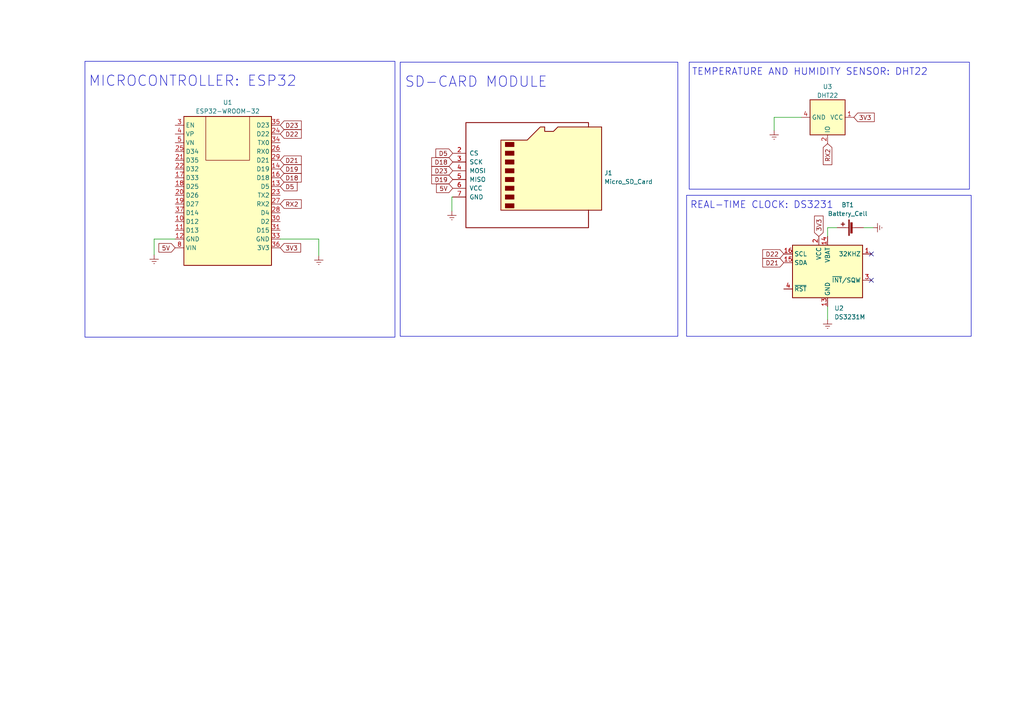
<source format=kicad_sch>
(kicad_sch (version 20230121) (generator eeschema)

  (uuid 0c27c9dc-60d2-402a-b2e8-1b780811c35c)

  (paper "A4")

  (lib_symbols
    (symbol "Device:Battery_Cell" (pin_numbers hide) (pin_names (offset 0) hide) (in_bom yes) (on_board yes)
      (property "Reference" "BT" (at 2.54 2.54 0)
        (effects (font (size 1.27 1.27)) (justify left))
      )
      (property "Value" "Battery_Cell" (at 2.54 0 0)
        (effects (font (size 1.27 1.27)) (justify left))
      )
      (property "Footprint" "" (at 0 1.524 90)
        (effects (font (size 1.27 1.27)) hide)
      )
      (property "Datasheet" "~" (at 0 1.524 90)
        (effects (font (size 1.27 1.27)) hide)
      )
      (property "ki_keywords" "battery cell" (at 0 0 0)
        (effects (font (size 1.27 1.27)) hide)
      )
      (property "ki_description" "Single-cell battery" (at 0 0 0)
        (effects (font (size 1.27 1.27)) hide)
      )
      (symbol "Battery_Cell_0_1"
        (rectangle (start -2.286 1.778) (end 2.286 1.524)
          (stroke (width 0) (type default))
          (fill (type outline))
        )
        (rectangle (start -1.5748 1.1938) (end 1.4732 0.6858)
          (stroke (width 0) (type default))
          (fill (type outline))
        )
        (polyline
          (pts
            (xy 0 0.762)
            (xy 0 0)
          )
          (stroke (width 0) (type default))
          (fill (type none))
        )
        (polyline
          (pts
            (xy 0 1.778)
            (xy 0 2.54)
          )
          (stroke (width 0) (type default))
          (fill (type none))
        )
        (polyline
          (pts
            (xy 0.508 3.429)
            (xy 1.524 3.429)
          )
          (stroke (width 0.254) (type default))
          (fill (type none))
        )
        (polyline
          (pts
            (xy 1.016 3.937)
            (xy 1.016 2.921)
          )
          (stroke (width 0.254) (type default))
          (fill (type none))
        )
      )
      (symbol "Battery_Cell_1_1"
        (pin passive line (at 0 5.08 270) (length 2.54)
          (name "+" (effects (font (size 1.27 1.27))))
          (number "1" (effects (font (size 1.27 1.27))))
        )
        (pin passive line (at 0 -2.54 90) (length 2.54)
          (name "-" (effects (font (size 1.27 1.27))))
          (number "2" (effects (font (size 1.27 1.27))))
        )
      )
    )
    (symbol "ESP32 DEVBOARD:ESP32-DEVBOARD" (in_bom yes) (on_board yes)
      (property "Reference" "U" (at -12.7 34.29 0)
        (effects (font (size 1.27 1.27)) (justify left))
      )
      (property "Value" "ESP32-WROOM-32" (at 1.27 34.29 0)
        (effects (font (size 1.27 1.27)) (justify left))
      )
      (property "Footprint" "RF_Module:ESP32-WROOM-32" (at 0 -38.1 0)
        (effects (font (size 1.27 1.27)) hide)
      )
      (property "Datasheet" "https://www.espressif.com/sites/default/files/documentation/esp32-wroom-32_datasheet_en.pdf" (at -7.62 -10.16 0)
        (effects (font (size 1.27 1.27)) hide)
      )
      (property "ki_keywords" "RF Radio BT ESP ESP32 Espressif onboard PCB antenna" (at 0 0 0)
        (effects (font (size 1.27 1.27)) hide)
      )
      (property "ki_description" "RF Module, ESP32-D0WDQ6 SoC, Wi-Fi 802.11b/g/n, Bluetooth, BLE, 32-bit, 2.7-3.6V, onboard antenna, SMD" (at 0 0 0)
        (effects (font (size 1.27 1.27)) hide)
      )
      (property "ki_fp_filters" "ESP32?WROOM?32*" (at 0 0 0)
        (effects (font (size 1.27 1.27)) hide)
      )
      (symbol "ESP32-DEVBOARD_0_1"
        (rectangle (start -12.7 33.02) (end 12.7 -10.16)
          (stroke (width 0.254) (type default))
          (fill (type background))
        )
        (polyline
          (pts
            (xy -6.35 33.02)
            (xy -6.35 20.32)
            (xy 6.35 20.32)
            (xy 6.35 33.02)
            (xy 6.35 20.32)
          )
          (stroke (width 0) (type default))
          (fill (type none))
        )
      )
      (symbol "ESP32-DEVBOARD_1_1"
        (pin bidirectional line (at -15.24 2.54 0) (length 2.54)
          (name "D12" (effects (font (size 1.27 1.27))))
          (number "10" (effects (font (size 1.27 1.27))))
        )
        (pin bidirectional line (at -15.24 0 0) (length 2.54)
          (name "D13" (effects (font (size 1.27 1.27))))
          (number "11" (effects (font (size 1.27 1.27))))
        )
        (pin bidirectional line (at -15.24 -2.54 0) (length 2.54)
          (name "GND" (effects (font (size 1.27 1.27))))
          (number "12" (effects (font (size 1.27 1.27))))
        )
        (pin bidirectional line (at 15.24 12.7 180) (length 2.54)
          (name "D5" (effects (font (size 1.27 1.27))))
          (number "13" (effects (font (size 1.27 1.27))))
        )
        (pin bidirectional line (at 15.24 17.78 180) (length 2.54)
          (name "D19" (effects (font (size 1.27 1.27))))
          (number "14" (effects (font (size 1.27 1.27))))
        )
        (pin passive line (at 0 -35.56 90) (length 2.54) hide
          (name "GND" (effects (font (size 1.27 1.27))))
          (number "15" (effects (font (size 1.27 1.27))))
        )
        (pin bidirectional line (at 15.24 15.24 180) (length 2.54)
          (name "D18" (effects (font (size 1.27 1.27))))
          (number "16" (effects (font (size 1.27 1.27))))
        )
        (pin bidirectional line (at -15.24 15.24 0) (length 2.54)
          (name "D33" (effects (font (size 1.27 1.27))))
          (number "17" (effects (font (size 1.27 1.27))))
        )
        (pin bidirectional line (at -15.24 12.7 0) (length 2.54)
          (name "D25" (effects (font (size 1.27 1.27))))
          (number "18" (effects (font (size 1.27 1.27))))
        )
        (pin bidirectional line (at -15.24 7.62 0) (length 2.54)
          (name "D27" (effects (font (size 1.27 1.27))))
          (number "19" (effects (font (size 1.27 1.27))))
        )
        (pin bidirectional line (at -15.24 10.16 0) (length 2.54)
          (name "D26" (effects (font (size 1.27 1.27))))
          (number "20" (effects (font (size 1.27 1.27))))
        )
        (pin bidirectional line (at -15.24 20.32 0) (length 2.54)
          (name "D35" (effects (font (size 1.27 1.27))))
          (number "21" (effects (font (size 1.27 1.27))))
        )
        (pin bidirectional line (at -15.24 17.78 0) (length 2.54)
          (name "D32" (effects (font (size 1.27 1.27))))
          (number "22" (effects (font (size 1.27 1.27))))
        )
        (pin bidirectional line (at 15.24 10.16 180) (length 2.54)
          (name "TX2" (effects (font (size 1.27 1.27))))
          (number "23" (effects (font (size 1.27 1.27))))
        )
        (pin bidirectional line (at 15.24 27.94 180) (length 2.54)
          (name "D22" (effects (font (size 1.27 1.27))))
          (number "24" (effects (font (size 1.27 1.27))))
        )
        (pin bidirectional line (at -15.24 22.86 0) (length 2.54)
          (name "D34" (effects (font (size 1.27 1.27))))
          (number "25" (effects (font (size 1.27 1.27))))
        )
        (pin bidirectional line (at 15.24 22.86 180) (length 2.54)
          (name "RX0" (effects (font (size 1.27 1.27))))
          (number "26" (effects (font (size 1.27 1.27))))
        )
        (pin bidirectional line (at 15.24 7.62 180) (length 2.54)
          (name "RX2" (effects (font (size 1.27 1.27))))
          (number "27" (effects (font (size 1.27 1.27))))
        )
        (pin bidirectional line (at 15.24 5.08 180) (length 2.54)
          (name "D4" (effects (font (size 1.27 1.27))))
          (number "28" (effects (font (size 1.27 1.27))))
        )
        (pin bidirectional line (at 15.24 20.32 180) (length 2.54)
          (name "D21" (effects (font (size 1.27 1.27))))
          (number "29" (effects (font (size 1.27 1.27))))
        )
        (pin input line (at -15.24 30.48 0) (length 2.54)
          (name "EN" (effects (font (size 1.27 1.27))))
          (number "3" (effects (font (size 1.27 1.27))))
        )
        (pin bidirectional line (at 15.24 2.54 180) (length 2.54)
          (name "D2" (effects (font (size 1.27 1.27))))
          (number "30" (effects (font (size 1.27 1.27))))
        )
        (pin bidirectional line (at 15.24 0 180) (length 2.54)
          (name "D15" (effects (font (size 1.27 1.27))))
          (number "31" (effects (font (size 1.27 1.27))))
        )
        (pin no_connect line (at -12.7 -27.94 0) (length 2.54) hide
          (name "NC" (effects (font (size 1.27 1.27))))
          (number "32" (effects (font (size 1.27 1.27))))
        )
        (pin bidirectional line (at 15.24 -2.54 180) (length 2.54)
          (name "GND" (effects (font (size 1.27 1.27))))
          (number "33" (effects (font (size 1.27 1.27))))
        )
        (pin bidirectional line (at 15.24 25.4 180) (length 2.54)
          (name "TX0" (effects (font (size 1.27 1.27))))
          (number "34" (effects (font (size 1.27 1.27))))
        )
        (pin bidirectional line (at 15.24 30.48 180) (length 2.54)
          (name "D23" (effects (font (size 1.27 1.27))))
          (number "35" (effects (font (size 1.27 1.27))))
        )
        (pin bidirectional line (at 15.24 -5.08 180) (length 2.54)
          (name "3V3" (effects (font (size 1.27 1.27))))
          (number "36" (effects (font (size 1.27 1.27))))
        )
        (pin bidirectional line (at -15.24 5.08 0) (length 2.54)
          (name "D14" (effects (font (size 1.27 1.27))))
          (number "37" (effects (font (size 1.27 1.27))))
        )
        (pin passive line (at 0 -35.56 90) (length 2.54) hide
          (name "GND" (effects (font (size 1.27 1.27))))
          (number "38" (effects (font (size 1.27 1.27))))
        )
        (pin passive line (at 0 -35.56 90) (length 2.54) hide
          (name "GND" (effects (font (size 1.27 1.27))))
          (number "39" (effects (font (size 1.27 1.27))))
        )
        (pin input line (at -15.24 27.94 0) (length 2.54)
          (name "VP" (effects (font (size 1.27 1.27))))
          (number "4" (effects (font (size 1.27 1.27))))
        )
        (pin input line (at -15.24 25.4 0) (length 2.54)
          (name "VN" (effects (font (size 1.27 1.27))))
          (number "5" (effects (font (size 1.27 1.27))))
        )
        (pin bidirectional line (at -15.24 -5.08 0) (length 2.54)
          (name "VIN" (effects (font (size 1.27 1.27))))
          (number "8" (effects (font (size 1.27 1.27))))
        )
      )
    )
    (symbol "Sensor:DHT11" (in_bom yes) (on_board yes)
      (property "Reference" "U" (at -3.81 6.35 0)
        (effects (font (size 1.27 1.27)))
      )
      (property "Value" "DHT11" (at 3.81 6.35 0)
        (effects (font (size 1.27 1.27)))
      )
      (property "Footprint" "Sensor:Aosong_DHT11_5.5x12.0_P2.54mm" (at 0 -10.16 0)
        (effects (font (size 1.27 1.27)) hide)
      )
      (property "Datasheet" "http://akizukidenshi.com/download/ds/aosong/DHT11.pdf" (at 3.81 6.35 0)
        (effects (font (size 1.27 1.27)) hide)
      )
      (property "ki_keywords" "Digital temperature humidity sensor" (at 0 0 0)
        (effects (font (size 1.27 1.27)) hide)
      )
      (property "ki_description" "Temperature and humidity module" (at 0 0 0)
        (effects (font (size 1.27 1.27)) hide)
      )
      (property "ki_fp_filters" "Aosong*DHT11*5.5x12.0*P2.54mm*" (at 0 0 0)
        (effects (font (size 1.27 1.27)) hide)
      )
      (symbol "DHT11_0_1"
        (rectangle (start -5.08 5.08) (end 5.08 -5.08)
          (stroke (width 0.254) (type default))
          (fill (type background))
        )
      )
      (symbol "DHT11_1_1"
        (pin power_in line (at 0 7.62 270) (length 2.54)
          (name "VCC" (effects (font (size 1.27 1.27))))
          (number "1" (effects (font (size 1.27 1.27))))
        )
        (pin bidirectional line (at 7.62 0 180) (length 2.54)
          (name "IO" (effects (font (size 1.27 1.27))))
          (number "2" (effects (font (size 1.27 1.27))))
        )
        (pin no_connect line (at -5.08 0 0) (length 2.54) hide
          (name "NC" (effects (font (size 1.27 1.27))))
          (number "3" (effects (font (size 1.27 1.27))))
        )
        (pin power_in line (at 0 -7.62 90) (length 2.54)
          (name "GND" (effects (font (size 1.27 1.27))))
          (number "4" (effects (font (size 1.27 1.27))))
        )
      )
    )
    (symbol "Timer_RTC:DS3231M" (in_bom yes) (on_board yes)
      (property "Reference" "U" (at -7.62 8.89 0)
        (effects (font (size 1.27 1.27)) (justify right))
      )
      (property "Value" "DS3231M" (at 10.16 8.89 0)
        (effects (font (size 1.27 1.27)) (justify right))
      )
      (property "Footprint" "Package_SO:SOIC-16W_7.5x10.3mm_P1.27mm" (at 0 -15.24 0)
        (effects (font (size 1.27 1.27)) hide)
      )
      (property "Datasheet" "http://datasheets.maximintegrated.com/en/ds/DS3231.pdf" (at 6.858 1.27 0)
        (effects (font (size 1.27 1.27)) hide)
      )
      (property "ki_keywords" "RTC TCXO Realtime Time Clock Crystal Oscillator I2C" (at 0 0 0)
        (effects (font (size 1.27 1.27)) hide)
      )
      (property "ki_description" "Extremely Accurate I2C-Integrated RTC/TCXO/Crystal SOIC-16" (at 0 0 0)
        (effects (font (size 1.27 1.27)) hide)
      )
      (property "ki_fp_filters" "SOIC*7.5x10.3mm*P1.27mm*" (at 0 0 0)
        (effects (font (size 1.27 1.27)) hide)
      )
      (symbol "DS3231M_0_1"
        (rectangle (start -10.16 7.62) (end 10.16 -7.62)
          (stroke (width 0.254) (type default))
          (fill (type background))
        )
      )
      (symbol "DS3231M_1_1"
        (pin open_collector line (at 12.7 5.08 180) (length 2.54)
          (name "32KHZ" (effects (font (size 1.27 1.27))))
          (number "1" (effects (font (size 1.27 1.27))))
        )
        (pin passive line (at 0 -10.16 90) (length 2.54) hide
          (name "GND" (effects (font (size 1.27 1.27))))
          (number "10" (effects (font (size 1.27 1.27))))
        )
        (pin passive line (at 0 -10.16 90) (length 2.54) hide
          (name "GND" (effects (font (size 1.27 1.27))))
          (number "11" (effects (font (size 1.27 1.27))))
        )
        (pin passive line (at 0 -10.16 90) (length 2.54) hide
          (name "GND" (effects (font (size 1.27 1.27))))
          (number "12" (effects (font (size 1.27 1.27))))
        )
        (pin power_in line (at 0 -10.16 90) (length 2.54)
          (name "GND" (effects (font (size 1.27 1.27))))
          (number "13" (effects (font (size 1.27 1.27))))
        )
        (pin power_in line (at 0 10.16 270) (length 2.54)
          (name "VBAT" (effects (font (size 1.27 1.27))))
          (number "14" (effects (font (size 1.27 1.27))))
        )
        (pin bidirectional line (at -12.7 2.54 0) (length 2.54)
          (name "SDA" (effects (font (size 1.27 1.27))))
          (number "15" (effects (font (size 1.27 1.27))))
        )
        (pin input line (at -12.7 5.08 0) (length 2.54)
          (name "SCL" (effects (font (size 1.27 1.27))))
          (number "16" (effects (font (size 1.27 1.27))))
        )
        (pin power_in line (at -2.54 10.16 270) (length 2.54)
          (name "VCC" (effects (font (size 1.27 1.27))))
          (number "2" (effects (font (size 1.27 1.27))))
        )
        (pin open_collector line (at 12.7 -2.54 180) (length 2.54)
          (name "~{INT}/SQW" (effects (font (size 1.27 1.27))))
          (number "3" (effects (font (size 1.27 1.27))))
        )
        (pin bidirectional line (at -12.7 -5.08 0) (length 2.54)
          (name "~{RST}" (effects (font (size 1.27 1.27))))
          (number "4" (effects (font (size 1.27 1.27))))
        )
        (pin passive line (at 0 -10.16 90) (length 2.54) hide
          (name "GND" (effects (font (size 1.27 1.27))))
          (number "5" (effects (font (size 1.27 1.27))))
        )
        (pin passive line (at 0 -10.16 90) (length 2.54) hide
          (name "GND" (effects (font (size 1.27 1.27))))
          (number "6" (effects (font (size 1.27 1.27))))
        )
        (pin passive line (at 0 -10.16 90) (length 2.54) hide
          (name "GND" (effects (font (size 1.27 1.27))))
          (number "7" (effects (font (size 1.27 1.27))))
        )
        (pin passive line (at 0 -10.16 90) (length 2.54) hide
          (name "GND" (effects (font (size 1.27 1.27))))
          (number "8" (effects (font (size 1.27 1.27))))
        )
        (pin passive line (at 0 -10.16 90) (length 2.54) hide
          (name "GND" (effects (font (size 1.27 1.27))))
          (number "9" (effects (font (size 1.27 1.27))))
        )
      )
    )
    (symbol "power:Earth" (power) (pin_names (offset 0)) (in_bom yes) (on_board yes)
      (property "Reference" "#PWR" (at 0 -6.35 0)
        (effects (font (size 1.27 1.27)) hide)
      )
      (property "Value" "Earth" (at 0 -3.81 0)
        (effects (font (size 1.27 1.27)) hide)
      )
      (property "Footprint" "" (at 0 0 0)
        (effects (font (size 1.27 1.27)) hide)
      )
      (property "Datasheet" "~" (at 0 0 0)
        (effects (font (size 1.27 1.27)) hide)
      )
      (property "ki_keywords" "global ground gnd" (at 0 0 0)
        (effects (font (size 1.27 1.27)) hide)
      )
      (property "ki_description" "Power symbol creates a global label with name \"Earth\"" (at 0 0 0)
        (effects (font (size 1.27 1.27)) hide)
      )
      (symbol "Earth_0_1"
        (polyline
          (pts
            (xy -0.635 -1.905)
            (xy 0.635 -1.905)
          )
          (stroke (width 0) (type default))
          (fill (type none))
        )
        (polyline
          (pts
            (xy -0.127 -2.54)
            (xy 0.127 -2.54)
          )
          (stroke (width 0) (type default))
          (fill (type none))
        )
        (polyline
          (pts
            (xy 0 -1.27)
            (xy 0 0)
          )
          (stroke (width 0) (type default))
          (fill (type none))
        )
        (polyline
          (pts
            (xy 1.27 -1.27)
            (xy -1.27 -1.27)
          )
          (stroke (width 0) (type default))
          (fill (type none))
        )
      )
      (symbol "Earth_1_1"
        (pin power_in line (at 0 0 270) (length 0) hide
          (name "Earth" (effects (font (size 1.27 1.27))))
          (number "1" (effects (font (size 1.27 1.27))))
        )
      )
    )
    (symbol "sd_card_symbol:Micro_SD_CardEEE4113F" (pin_names (offset 1.016)) (in_bom yes) (on_board yes)
      (property "Reference" "J" (at -16.51 15.24 0)
        (effects (font (size 1.27 1.27)))
      )
      (property "Value" "Micro_SD_Card" (at 16.51 15.24 0)
        (effects (font (size 1.27 1.27)) (justify right))
      )
      (property "Footprint" "" (at 29.21 7.62 0)
        (effects (font (size 1.27 1.27)) hide)
      )
      (property "Datasheet" "http://katalog.we-online.de/em/datasheet/693072010801.pdf" (at 0 11.43 0)
        (effects (font (size 1.27 1.27)) hide)
      )
      (property "ki_keywords" "connector SD microsd" (at 0 0 0)
        (effects (font (size 1.27 1.27)) hide)
      )
      (property "ki_description" "Micro SD Card Socket" (at 0 0 0)
        (effects (font (size 1.27 1.27)) hide)
      )
      (property "ki_fp_filters" "microSD*" (at 0 0 0)
        (effects (font (size 1.27 1.27)) hide)
      )
      (symbol "Micro_SD_CardEEE4113F_0_1"
        (rectangle (start -7.62 -9.525) (end -5.08 -10.795)
          (stroke (width 0) (type default))
          (fill (type outline))
        )
        (rectangle (start -7.62 -6.985) (end -5.08 -8.255)
          (stroke (width 0) (type default))
          (fill (type outline))
        )
        (rectangle (start -7.62 -4.445) (end -5.08 -5.715)
          (stroke (width 0) (type default))
          (fill (type outline))
        )
        (rectangle (start -7.62 -1.905) (end -5.08 -3.175)
          (stroke (width 0) (type default))
          (fill (type outline))
        )
        (rectangle (start -7.62 0.635) (end -5.08 -0.635)
          (stroke (width 0) (type default))
          (fill (type outline))
        )
        (rectangle (start -7.62 3.175) (end -5.08 1.905)
          (stroke (width 0) (type default))
          (fill (type outline))
        )
        (rectangle (start -7.62 5.715) (end -5.08 4.445)
          (stroke (width 0) (type default))
          (fill (type outline))
        )
        (rectangle (start -7.62 8.255) (end -5.08 6.985)
          (stroke (width 0) (type default))
          (fill (type outline))
        )
        (polyline
          (pts
            (xy 16.51 12.7)
            (xy 16.51 13.97)
            (xy -19.05 13.97)
            (xy -19.05 -16.51)
            (xy 16.51 -16.51)
            (xy 16.51 -11.43)
          )
          (stroke (width 0.254) (type default))
          (fill (type none))
        )
        (polyline
          (pts
            (xy -8.89 -11.43)
            (xy -8.89 8.89)
            (xy -1.27 8.89)
            (xy 2.54 12.7)
            (xy 3.81 12.7)
            (xy 3.81 11.43)
            (xy 6.35 11.43)
            (xy 7.62 12.7)
            (xy 20.32 12.7)
            (xy 20.32 -11.43)
            (xy -8.89 -11.43)
          )
          (stroke (width 0.254) (type default))
          (fill (type background))
        )
      )
      (symbol "Micro_SD_CardEEE4113F_1_1"
        (pin bidirectional line (at -22.86 5.08 0) (length 3.81)
          (name "CS" (effects (font (size 1.27 1.27))))
          (number "2" (effects (font (size 1.27 1.27))))
        )
        (pin input line (at -22.86 2.54 0) (length 3.81)
          (name "SCK" (effects (font (size 1.27 1.27))))
          (number "3" (effects (font (size 1.27 1.27))))
        )
        (pin bidirectional line (at -22.86 0 0) (length 3.81)
          (name "MOSI" (effects (font (size 1.27 1.27))))
          (number "4" (effects (font (size 1.27 1.27))))
        )
        (pin bidirectional line (at -22.86 -2.54 0) (length 3.81)
          (name "MISO" (effects (font (size 1.27 1.27))))
          (number "5" (effects (font (size 1.27 1.27))))
        )
        (pin power_in line (at -22.86 -5.08 0) (length 3.81)
          (name "VCC" (effects (font (size 1.27 1.27))))
          (number "6" (effects (font (size 1.27 1.27))))
        )
        (pin bidirectional line (at -22.86 -7.62 0) (length 3.81)
          (name "GND" (effects (font (size 1.27 1.27))))
          (number "7" (effects (font (size 1.27 1.27))))
        )
      )
    )
  )


  (no_connect (at 252.73 73.66) (uuid b5ae55a0-12db-4b2d-bbce-836aae8db7f6))
  (no_connect (at 252.73 81.28) (uuid e2e8ae0f-827f-4fb8-b640-a95684fa680d))

  (wire (pts (xy 50.8 69.342) (xy 44.704 69.342))
    (stroke (width 0) (type default))
    (uuid 1064aa1e-5e9a-48af-a9c6-287474bc2760)
  )
  (wire (pts (xy 224.536 37.846) (xy 224.536 34.036))
    (stroke (width 0) (type default))
    (uuid 3b11371b-9858-4edb-9ba4-669f4f04f64c)
  )
  (wire (pts (xy 131.064 61.214) (xy 131.064 57.15))
    (stroke (width 0) (type default))
    (uuid 86c5d993-630c-4c34-b1a6-629a92048eca)
  )
  (wire (pts (xy 131.064 57.15) (xy 131.318 57.15))
    (stroke (width 0) (type default))
    (uuid 8be36cdf-fbb7-4120-9df8-b14af61c9b82)
  )
  (wire (pts (xy 224.536 34.036) (xy 232.41 34.036))
    (stroke (width 0) (type default))
    (uuid a7e8cb2e-2c91-4726-80a9-32f3493a21ca)
  )
  (wire (pts (xy 240.03 88.9) (xy 240.03 92.71))
    (stroke (width 0) (type default))
    (uuid adb00574-687d-4c37-8073-bc101560feff)
  )
  (wire (pts (xy 92.456 69.342) (xy 81.28 69.342))
    (stroke (width 0) (type default))
    (uuid b5e80f79-6e25-4bcf-b4f4-4b882a687b7b)
  )
  (wire (pts (xy 240.03 66.04) (xy 240.03 68.58))
    (stroke (width 0) (type default))
    (uuid bc20da0c-e2e6-4825-beb8-4d3cbc20cf29)
  )
  (wire (pts (xy 44.704 69.342) (xy 44.704 73.914))
    (stroke (width 0) (type default))
    (uuid cb7bea02-f9f0-4b90-b8be-a701e287b99c)
  )
  (wire (pts (xy 242.824 66.04) (xy 240.03 66.04))
    (stroke (width 0) (type default))
    (uuid d599b519-df10-4404-9854-dec7cc5545a9)
  )
  (wire (pts (xy 250.444 66.04) (xy 253.238 66.04))
    (stroke (width 0) (type default))
    (uuid ea016e87-fe60-4ccd-be9c-1eb128d333c6)
  )
  (wire (pts (xy 92.456 74.168) (xy 92.456 69.342))
    (stroke (width 0) (type default))
    (uuid facb0da1-f886-47db-a0f6-ad83d01185dd)
  )

  (rectangle (start 199.898 18.034) (end 281.178 54.864)
    (stroke (width 0) (type default))
    (fill (type none))
    (uuid 4639ba34-2112-4d54-b18b-02b5476a8327)
  )
  (rectangle (start 199.136 56.642) (end 281.686 97.536)
    (stroke (width 0) (type default))
    (fill (type none))
    (uuid 46455de7-e6d8-41ff-a378-ae53952ea4e5)
  )
  (rectangle (start 116.078 18.034) (end 196.596 97.536)
    (stroke (width 0) (type default))
    (fill (type none))
    (uuid 84711da3-8a03-4e8d-a47a-df8abd0150f2)
  )
  (rectangle (start 24.638 17.78) (end 114.554 97.79)
    (stroke (width 0) (type default))
    (fill (type none))
    (uuid e1115932-c09e-41d1-be29-fddbf34e818e)
  )

  (text "REAL-TIME CLOCK: DS3231" (at 200.152 60.706 0)
    (effects (font (size 2 2)) (justify left bottom))
    (uuid 00fc6522-4807-40d8-9a51-9fbf18bf3c5a)
  )
  (text "MICROCONTROLLER: ESP32\n\n" (at 25.654 30.226 0)
    (effects (font (size 3 3)) (justify left bottom))
    (uuid 2ff8fa7e-9f17-45c6-9824-cf2e29c207c9)
  )
  (text "SD-CARD MODULE" (at 117.348 25.654 0)
    (effects (font (size 3 3)) (justify left bottom))
    (uuid b44a6560-a251-4512-b797-6245d9965e3d)
  )
  (text "TEMPERATURE AND HUMIDITY SENSOR: DHT22" (at 200.66 22.098 0)
    (effects (font (size 2 2)) (justify left bottom))
    (uuid fd2ed7e6-db58-4e50-ab87-c4a82bb5dd25)
  )

  (global_label "3V3" (shape input) (at 81.28 71.882 0) (fields_autoplaced)
    (effects (font (size 1.27 1.27)) (justify left))
    (uuid 075d02c8-9251-4c81-ac46-0bf8e9fefcdd)
    (property "Intersheetrefs" "${INTERSHEET_REFS}" (at 87.6934 71.882 0)
      (effects (font (size 1.27 1.27)) (justify left) hide)
    )
  )
  (global_label "D18" (shape input) (at 131.318 46.99 180) (fields_autoplaced)
    (effects (font (size 1.27 1.27)) (justify right))
    (uuid 0945e45e-1b68-4e8e-ae39-f2c27704158e)
    (property "Intersheetrefs" "${INTERSHEET_REFS}" (at 124.7232 46.99 0)
      (effects (font (size 1.27 1.27)) (justify right) hide)
    )
  )
  (global_label "D19" (shape input) (at 131.318 52.07 180) (fields_autoplaced)
    (effects (font (size 1.27 1.27)) (justify right))
    (uuid 0c852d2c-6e59-409a-88bf-c223d4612416)
    (property "Intersheetrefs" "${INTERSHEET_REFS}" (at 124.7232 52.07 0)
      (effects (font (size 1.27 1.27)) (justify right) hide)
    )
  )
  (global_label "D19" (shape input) (at 81.28 49.022 0) (fields_autoplaced)
    (effects (font (size 1.27 1.27)) (justify left))
    (uuid 1a3d19b0-9e5b-4cf5-afc8-9dd382dbac31)
    (property "Intersheetrefs" "${INTERSHEET_REFS}" (at 87.8748 49.022 0)
      (effects (font (size 1.27 1.27)) (justify left) hide)
    )
  )
  (global_label "5V" (shape input) (at 50.8 71.882 180) (fields_autoplaced)
    (effects (font (size 1.27 1.27)) (justify right))
    (uuid 29b5f71c-8e63-42f9-b508-41dc8942aaeb)
    (property "Intersheetrefs" "${INTERSHEET_REFS}" (at 45.5961 71.882 0)
      (effects (font (size 1.27 1.27)) (justify right) hide)
    )
  )
  (global_label "D18" (shape input) (at 81.28 51.562 0) (fields_autoplaced)
    (effects (font (size 1.27 1.27)) (justify left))
    (uuid 2eb02a98-bbd0-4ca0-8593-c0ecac1f8436)
    (property "Intersheetrefs" "${INTERSHEET_REFS}" (at 87.8748 51.562 0)
      (effects (font (size 1.27 1.27)) (justify left) hide)
    )
  )
  (global_label "D21" (shape input) (at 227.33 76.2 180) (fields_autoplaced)
    (effects (font (size 1.27 1.27)) (justify right))
    (uuid 31c172cf-0849-4a52-83d2-b2caf89d9bfd)
    (property "Intersheetrefs" "${INTERSHEET_REFS}" (at 220.7352 76.2 0)
      (effects (font (size 1.27 1.27)) (justify right) hide)
    )
  )
  (global_label "5V" (shape input) (at 131.318 54.61 180) (fields_autoplaced)
    (effects (font (size 1.27 1.27)) (justify right))
    (uuid 3855ca4b-16fd-4666-be52-e034e68f7842)
    (property "Intersheetrefs" "${INTERSHEET_REFS}" (at 126.1141 54.61 0)
      (effects (font (size 1.27 1.27)) (justify right) hide)
    )
  )
  (global_label "RX2" (shape input) (at 240.03 41.656 270) (fields_autoplaced)
    (effects (font (size 1.27 1.27)) (justify right))
    (uuid 44da88bb-113e-4f93-add6-985a4f931461)
    (property "Intersheetrefs" "${INTERSHEET_REFS}" (at 240.03 48.2508 90)
      (effects (font (size 1.27 1.27)) (justify right) hide)
    )
  )
  (global_label "D5" (shape input) (at 131.318 44.45 180) (fields_autoplaced)
    (effects (font (size 1.27 1.27)) (justify right))
    (uuid 55a78bf0-b4b0-4c89-bf91-5492cfd430c5)
    (property "Intersheetrefs" "${INTERSHEET_REFS}" (at 125.9327 44.45 0)
      (effects (font (size 1.27 1.27)) (justify right) hide)
    )
  )
  (global_label "D23" (shape input) (at 131.318 49.53 180) (fields_autoplaced)
    (effects (font (size 1.27 1.27)) (justify right))
    (uuid 623bbb26-6640-4c3e-9623-b1184399fa24)
    (property "Intersheetrefs" "${INTERSHEET_REFS}" (at 124.7232 49.53 0)
      (effects (font (size 1.27 1.27)) (justify right) hide)
    )
  )
  (global_label "3V3" (shape input) (at 247.65 34.036 0) (fields_autoplaced)
    (effects (font (size 1.27 1.27)) (justify left))
    (uuid 7114c55f-fffc-4e00-accd-fcb0969e9d95)
    (property "Intersheetrefs" "${INTERSHEET_REFS}" (at 254.0634 34.036 0)
      (effects (font (size 1.27 1.27)) (justify left) hide)
    )
  )
  (global_label "D22" (shape input) (at 81.28 38.862 0) (fields_autoplaced)
    (effects (font (size 1.27 1.27)) (justify left))
    (uuid 7e841ba8-6fb8-4c5b-ab7d-bd198c164111)
    (property "Intersheetrefs" "${INTERSHEET_REFS}" (at 87.8748 38.862 0)
      (effects (font (size 1.27 1.27)) (justify left) hide)
    )
  )
  (global_label "D21" (shape input) (at 81.28 46.482 0) (fields_autoplaced)
    (effects (font (size 1.27 1.27)) (justify left))
    (uuid 91a204df-9ce6-4cd1-b2a0-28605c852feb)
    (property "Intersheetrefs" "${INTERSHEET_REFS}" (at 87.8748 46.482 0)
      (effects (font (size 1.27 1.27)) (justify left) hide)
    )
  )
  (global_label "RX2" (shape input) (at 81.28 59.182 0) (fields_autoplaced)
    (effects (font (size 1.27 1.27)) (justify left))
    (uuid 91e8b6c7-14dc-44d5-90b1-3525c159d1dd)
    (property "Intersheetrefs" "${INTERSHEET_REFS}" (at 87.8748 59.182 0)
      (effects (font (size 1.27 1.27)) (justify left) hide)
    )
  )
  (global_label "D23" (shape input) (at 81.28 36.322 0) (fields_autoplaced)
    (effects (font (size 1.27 1.27)) (justify left))
    (uuid b8c56bde-2625-4b22-b050-3010db92f5b7)
    (property "Intersheetrefs" "${INTERSHEET_REFS}" (at 87.8748 36.322 0)
      (effects (font (size 1.27 1.27)) (justify left) hide)
    )
  )
  (global_label "D22" (shape input) (at 227.33 73.66 180) (fields_autoplaced)
    (effects (font (size 1.27 1.27)) (justify right))
    (uuid c738ca77-730a-46d3-92f5-6a3b2129dfb3)
    (property "Intersheetrefs" "${INTERSHEET_REFS}" (at 220.7352 73.66 0)
      (effects (font (size 1.27 1.27)) (justify right) hide)
    )
  )
  (global_label "3V3" (shape input) (at 237.49 68.58 90) (fields_autoplaced)
    (effects (font (size 1.27 1.27)) (justify left))
    (uuid df005797-9368-4d81-b1b8-fa2a8c85230a)
    (property "Intersheetrefs" "${INTERSHEET_REFS}" (at 237.49 62.1666 90)
      (effects (font (size 1.27 1.27)) (justify left) hide)
    )
  )
  (global_label "D5" (shape input) (at 81.28 54.102 0) (fields_autoplaced)
    (effects (font (size 1.27 1.27)) (justify left))
    (uuid f950ddf4-5c09-4fd9-9530-bc837d2592c7)
    (property "Intersheetrefs" "${INTERSHEET_REFS}" (at 86.6653 54.102 0)
      (effects (font (size 1.27 1.27)) (justify left) hide)
    )
  )

  (symbol (lib_id "power:Earth") (at 44.704 73.914 0) (unit 1)
    (in_bom yes) (on_board yes) (dnp no) (fields_autoplaced)
    (uuid 05d3c545-3821-495a-9345-c212fe179d90)
    (property "Reference" "#PWR03" (at 44.704 80.264 0)
      (effects (font (size 1.27 1.27)) hide)
    )
    (property "Value" "Earth" (at 44.704 77.724 0)
      (effects (font (size 1.27 1.27)) hide)
    )
    (property "Footprint" "" (at 44.704 73.914 0)
      (effects (font (size 1.27 1.27)) hide)
    )
    (property "Datasheet" "~" (at 44.704 73.914 0)
      (effects (font (size 1.27 1.27)) hide)
    )
    (pin "1" (uuid 52e146cd-411d-407d-933f-8f0ec1026631))
    (instances
      (project "EEE4113F"
        (path "/0c27c9dc-60d2-402a-b2e8-1b780811c35c"
          (reference "#PWR03") (unit 1)
        )
      )
    )
  )

  (symbol (lib_id "Device:Battery_Cell") (at 247.904 66.04 90) (unit 1)
    (in_bom yes) (on_board yes) (dnp no) (fields_autoplaced)
    (uuid 05e6d44a-3a98-4d4c-a3b1-279f9c836cab)
    (property "Reference" "BT1" (at 245.872 59.436 90)
      (effects (font (size 1.27 1.27)))
    )
    (property "Value" "Battery_Cell" (at 245.872 61.976 90)
      (effects (font (size 1.27 1.27)))
    )
    (property "Footprint" "" (at 246.38 66.04 90)
      (effects (font (size 1.27 1.27)) hide)
    )
    (property "Datasheet" "~" (at 246.38 66.04 90)
      (effects (font (size 1.27 1.27)) hide)
    )
    (pin "1" (uuid 28d78169-db38-433f-b17c-c5343141f775))
    (pin "2" (uuid 8f5f39d1-6566-4323-9ad9-b61e05313e1f))
    (instances
      (project "EEE4113F"
        (path "/0c27c9dc-60d2-402a-b2e8-1b780811c35c"
          (reference "BT1") (unit 1)
        )
      )
    )
  )

  (symbol (lib_id "Timer_RTC:DS3231M") (at 240.03 78.74 0) (unit 1)
    (in_bom yes) (on_board yes) (dnp no) (fields_autoplaced)
    (uuid 59b2bde3-091b-449b-b1f6-c165942fcc24)
    (property "Reference" "U2" (at 241.9859 89.408 0)
      (effects (font (size 1.27 1.27)) (justify left))
    )
    (property "Value" "DS3231M" (at 241.9859 91.948 0)
      (effects (font (size 1.27 1.27)) (justify left))
    )
    (property "Footprint" "Package_SO:SOIC-16W_7.5x10.3mm_P1.27mm" (at 240.03 93.98 0)
      (effects (font (size 1.27 1.27)) hide)
    )
    (property "Datasheet" "http://datasheets.maximintegrated.com/en/ds/DS3231.pdf" (at 246.888 77.47 0)
      (effects (font (size 1.27 1.27)) hide)
    )
    (pin "1" (uuid f9ae62c9-389c-4eb3-9b9f-f06aaa7d7478))
    (pin "10" (uuid 778fccf7-7189-4a4f-b935-c32b712e1814))
    (pin "11" (uuid 1eb42eaa-4efe-4701-9306-791c080473fa))
    (pin "12" (uuid 6c312bd4-60ce-4120-8b51-50b863daf821))
    (pin "13" (uuid e1302438-c02e-4cd0-9e88-a64fa7ca6b6f))
    (pin "14" (uuid 91e9d704-6701-49c4-8676-84a736e880ab))
    (pin "15" (uuid 90491a5a-8c7b-4a14-a5ce-2b42284e54bb))
    (pin "16" (uuid 215b01e3-baa2-4ff3-bb5d-e4cbe2ebb230))
    (pin "2" (uuid db6e06ea-6e94-4a74-8c2a-34d8d2404d0e))
    (pin "3" (uuid 70d489b4-9f3f-49b8-af71-d8182de826f4))
    (pin "4" (uuid 9b882027-57df-4104-8f99-7fec4de1d16c))
    (pin "5" (uuid 4684574e-9f08-486d-95d9-0229fc8b3b97))
    (pin "6" (uuid de65c58d-9026-48c9-8400-6510402d6cdf))
    (pin "7" (uuid a93fa257-26c9-46db-88c1-214ac0a01e58))
    (pin "8" (uuid fa6d25a9-80ff-474a-aecb-5d8d745b4eb8))
    (pin "9" (uuid bf5697fa-01de-471c-b022-2fb7ee456f5d))
    (instances
      (project "EEE4113F"
        (path "/0c27c9dc-60d2-402a-b2e8-1b780811c35c"
          (reference "U2") (unit 1)
        )
      )
    )
  )

  (symbol (lib_id "power:Earth") (at 92.456 74.168 0) (unit 1)
    (in_bom yes) (on_board yes) (dnp no) (fields_autoplaced)
    (uuid 7cc4d32d-69cb-4c98-b0b2-760a4ac0223c)
    (property "Reference" "#PWR02" (at 92.456 80.518 0)
      (effects (font (size 1.27 1.27)) hide)
    )
    (property "Value" "Earth" (at 92.456 77.978 0)
      (effects (font (size 1.27 1.27)) hide)
    )
    (property "Footprint" "" (at 92.456 74.168 0)
      (effects (font (size 1.27 1.27)) hide)
    )
    (property "Datasheet" "~" (at 92.456 74.168 0)
      (effects (font (size 1.27 1.27)) hide)
    )
    (pin "1" (uuid 44072487-cbe3-4550-b84d-f85432e3325a))
    (instances
      (project "EEE4113F"
        (path "/0c27c9dc-60d2-402a-b2e8-1b780811c35c"
          (reference "#PWR02") (unit 1)
        )
      )
    )
  )

  (symbol (lib_id "power:Earth") (at 224.536 37.846 0) (unit 1)
    (in_bom yes) (on_board yes) (dnp no) (fields_autoplaced)
    (uuid 7f29ba9d-fe79-417e-bdcf-a52d12e69b6b)
    (property "Reference" "#PWR04" (at 224.536 44.196 0)
      (effects (font (size 1.27 1.27)) hide)
    )
    (property "Value" "Earth" (at 224.536 41.656 0)
      (effects (font (size 1.27 1.27)) hide)
    )
    (property "Footprint" "" (at 224.536 37.846 0)
      (effects (font (size 1.27 1.27)) hide)
    )
    (property "Datasheet" "~" (at 224.536 37.846 0)
      (effects (font (size 1.27 1.27)) hide)
    )
    (pin "1" (uuid 9112ef05-e564-430e-a8a6-0266b6490060))
    (instances
      (project "EEE4113F"
        (path "/0c27c9dc-60d2-402a-b2e8-1b780811c35c"
          (reference "#PWR04") (unit 1)
        )
      )
    )
  )

  (symbol (lib_id "power:Earth") (at 131.064 61.214 0) (unit 1)
    (in_bom yes) (on_board yes) (dnp no) (fields_autoplaced)
    (uuid b0329838-3bb4-4d62-89b7-ed83deef31b7)
    (property "Reference" "#PWR01" (at 131.064 67.564 0)
      (effects (font (size 1.27 1.27)) hide)
    )
    (property "Value" "Earth" (at 131.064 65.024 0)
      (effects (font (size 1.27 1.27)) hide)
    )
    (property "Footprint" "" (at 131.064 61.214 0)
      (effects (font (size 1.27 1.27)) hide)
    )
    (property "Datasheet" "~" (at 131.064 61.214 0)
      (effects (font (size 1.27 1.27)) hide)
    )
    (pin "1" (uuid eb6f4596-dd53-42d4-b879-d3f8f997d493))
    (instances
      (project "EEE4113F"
        (path "/0c27c9dc-60d2-402a-b2e8-1b780811c35c"
          (reference "#PWR01") (unit 1)
        )
      )
    )
  )

  (symbol (lib_id "Sensor:DHT11") (at 240.03 34.036 270) (unit 1)
    (in_bom yes) (on_board yes) (dnp no) (fields_autoplaced)
    (uuid b093c235-ef13-4757-8550-8363c7db2600)
    (property "Reference" "U3" (at 240.03 25.146 90)
      (effects (font (size 1.27 1.27)))
    )
    (property "Value" "DHT22" (at 240.03 27.686 90)
      (effects (font (size 1.27 1.27)))
    )
    (property "Footprint" "Sensor:Aosong_DHT11_5.5x12.0_P2.54mm" (at 229.87 34.036 0)
      (effects (font (size 1.27 1.27)) hide)
    )
    (property "Datasheet" "http://akizukidenshi.com/download/ds/aosong/DHT11.pdf" (at 246.38 37.846 0)
      (effects (font (size 1.27 1.27)) hide)
    )
    (pin "1" (uuid e332e75c-b291-4850-a777-37887623f808))
    (pin "2" (uuid 3f63d46f-c0a2-4671-8360-cf75e7f6582b))
    (pin "3" (uuid 60bfc878-2055-4186-ad98-86bd65b43e85))
    (pin "4" (uuid f3ab6cf4-0b6d-4fd7-a259-37c78a6a7c67))
    (instances
      (project "EEE4113F"
        (path "/0c27c9dc-60d2-402a-b2e8-1b780811c35c"
          (reference "U3") (unit 1)
        )
      )
    )
  )

  (symbol (lib_id "power:Earth") (at 253.238 66.04 90) (unit 1)
    (in_bom yes) (on_board yes) (dnp no) (fields_autoplaced)
    (uuid c5832984-9ab8-4901-9466-22c5e851d47a)
    (property "Reference" "#PWR06" (at 259.588 66.04 0)
      (effects (font (size 1.27 1.27)) hide)
    )
    (property "Value" "Earth" (at 257.048 66.04 0)
      (effects (font (size 1.27 1.27)) hide)
    )
    (property "Footprint" "" (at 253.238 66.04 0)
      (effects (font (size 1.27 1.27)) hide)
    )
    (property "Datasheet" "~" (at 253.238 66.04 0)
      (effects (font (size 1.27 1.27)) hide)
    )
    (pin "1" (uuid 6a0c0813-8764-4b80-990b-fcc15603c208))
    (instances
      (project "EEE4113F"
        (path "/0c27c9dc-60d2-402a-b2e8-1b780811c35c"
          (reference "#PWR06") (unit 1)
        )
      )
    )
  )

  (symbol (lib_id "ESP32 DEVBOARD:ESP32-DEVBOARD") (at 66.04 66.802 0) (unit 1)
    (in_bom yes) (on_board yes) (dnp no) (fields_autoplaced)
    (uuid cb24c1ac-515e-404e-b235-b4fb0c881f04)
    (property "Reference" "U1" (at 66.04 29.718 0)
      (effects (font (size 1.27 1.27)))
    )
    (property "Value" "ESP32-WROOM-32" (at 66.04 32.258 0)
      (effects (font (size 1.27 1.27)))
    )
    (property "Footprint" "RF_Module:ESP32-WROOM-32" (at 66.04 104.902 0)
      (effects (font (size 1.27 1.27)) hide)
    )
    (property "Datasheet" "https://www.espressif.com/sites/default/files/documentation/esp32-wroom-32_datasheet_en.pdf" (at 58.42 76.962 0)
      (effects (font (size 1.27 1.27)) hide)
    )
    (pin "10" (uuid d2ef1929-c393-4053-a103-a62dcc638d09))
    (pin "11" (uuid b18ce593-f301-426d-83f2-d4c269b9794e))
    (pin "12" (uuid 18cac5b2-f468-47c9-a2b2-793630ddf238))
    (pin "13" (uuid f992c32c-f3fc-4dfe-bef4-4b80c97e7dc1))
    (pin "14" (uuid b6334547-aeae-4e66-ab5a-f5f3c2c42400))
    (pin "15" (uuid 4c0b58e9-d833-45e7-8f5a-7fb35619cd50))
    (pin "16" (uuid a94b2f69-13dd-46da-ac69-27a535d454ec))
    (pin "17" (uuid 7793ca7f-25f1-4915-9c75-67f728dfc410))
    (pin "18" (uuid 58a2b169-3114-4637-acf1-2602a24ef5e3))
    (pin "19" (uuid 7dc855ac-b141-480f-9ba0-4e5e5507c0a9))
    (pin "20" (uuid 6011150b-4151-4399-8898-bd589cde1713))
    (pin "21" (uuid 081cb805-6eab-4c1f-b4b9-dd1dbe9d4e1b))
    (pin "22" (uuid 976dd436-0f9d-4af5-9e25-6ea145bcbabb))
    (pin "23" (uuid f5266f1f-49c4-4718-acdc-4a30d34516ef))
    (pin "24" (uuid f396ff3d-a99c-4718-88c1-934b45d2b07a))
    (pin "25" (uuid 8ff3277e-6388-444f-a7ca-7ee6d1f63a7c))
    (pin "26" (uuid 04ed44e2-bcd1-4bc0-943d-416c0255fe79))
    (pin "27" (uuid 5bdf2147-3975-491a-8c51-c869afd82759))
    (pin "28" (uuid 0019532c-f953-4ec6-86e7-fb373d29a896))
    (pin "29" (uuid a9925ff8-4c96-4e76-987f-924f613c48e5))
    (pin "3" (uuid 1cdf923f-a064-4af8-9136-65727a42d370))
    (pin "30" (uuid ecfcb7b3-0120-446f-8300-5fd06e0ac44c))
    (pin "31" (uuid 28471da0-2926-4e0e-91b8-d680c8151fc0))
    (pin "32" (uuid d1d281a5-5cab-4607-96aa-2abfe5256df0))
    (pin "33" (uuid 169c3d0d-de11-4438-9aea-c42fa1147fcb))
    (pin "34" (uuid a79d081c-b699-4054-97cc-7938ff904d2a))
    (pin "35" (uuid 08d0c173-f891-4e2c-b85c-81353e5976ac))
    (pin "36" (uuid d7948832-dd30-4a3e-ab18-60c9d6d449c3))
    (pin "37" (uuid d76d3ce9-87a5-4b6d-977f-87b76b478704))
    (pin "38" (uuid 2c1ac28d-a9f0-4362-8465-61d83725b1e4))
    (pin "39" (uuid ce2e2dcc-a59c-4e8f-b029-dd9ef36cf3a5))
    (pin "4" (uuid d9fedfb3-82a1-4e9b-9359-d06ca2c85ece))
    (pin "5" (uuid 762677b7-0707-489d-853b-e64ae1a0b924))
    (pin "8" (uuid 0d5c32a8-9013-45c4-866f-e244f468bea9))
    (instances
      (project "EEE4113F"
        (path "/0c27c9dc-60d2-402a-b2e8-1b780811c35c"
          (reference "U1") (unit 1)
        )
      )
    )
  )

  (symbol (lib_id "power:Earth") (at 240.03 92.71 0) (unit 1)
    (in_bom yes) (on_board yes) (dnp no) (fields_autoplaced)
    (uuid eb010407-ec26-4544-99ab-81d45643fd7d)
    (property "Reference" "#PWR05" (at 240.03 99.06 0)
      (effects (font (size 1.27 1.27)) hide)
    )
    (property "Value" "Earth" (at 240.03 96.52 0)
      (effects (font (size 1.27 1.27)) hide)
    )
    (property "Footprint" "" (at 240.03 92.71 0)
      (effects (font (size 1.27 1.27)) hide)
    )
    (property "Datasheet" "~" (at 240.03 92.71 0)
      (effects (font (size 1.27 1.27)) hide)
    )
    (pin "1" (uuid 5932fc2e-d31a-4ad1-8bc9-e34b78921ccb))
    (instances
      (project "EEE4113F"
        (path "/0c27c9dc-60d2-402a-b2e8-1b780811c35c"
          (reference "#PWR05") (unit 1)
        )
      )
    )
  )

  (symbol (lib_id "sd_card_symbol:Micro_SD_CardEEE4113F") (at 154.178 49.53 0) (unit 1)
    (in_bom yes) (on_board yes) (dnp no) (fields_autoplaced)
    (uuid f7d0fe73-c39f-42c7-889c-7e7be2d294c6)
    (property "Reference" "J1" (at 175.26 50.165 0)
      (effects (font (size 1.27 1.27)) (justify left))
    )
    (property "Value" "Micro_SD_Card" (at 175.26 52.705 0)
      (effects (font (size 1.27 1.27)) (justify left))
    )
    (property "Footprint" "" (at 183.388 41.91 0)
      (effects (font (size 1.27 1.27)) hide)
    )
    (property "Datasheet" "http://katalog.we-online.de/em/datasheet/693072010801.pdf" (at 154.178 38.1 0)
      (effects (font (size 1.27 1.27)) hide)
    )
    (pin "2" (uuid 99d7507c-b224-42fd-885e-269594f69038))
    (pin "3" (uuid e6a4b28f-db3c-4805-b367-9d115667375b))
    (pin "4" (uuid 8271874c-7503-415c-a5b7-3ec317bd4a89))
    (pin "5" (uuid beeb79db-c7e3-4be5-9ebf-f93ae840c11e))
    (pin "6" (uuid d9ceac79-ba9e-4276-ab84-ae08ab10dc91))
    (pin "7" (uuid f0436c82-a038-4777-b151-7ca2e6141c1b))
    (instances
      (project "EEE4113F"
        (path "/0c27c9dc-60d2-402a-b2e8-1b780811c35c"
          (reference "J1") (unit 1)
        )
      )
    )
  )

  (sheet_instances
    (path "/" (page "1"))
  )
)

</source>
